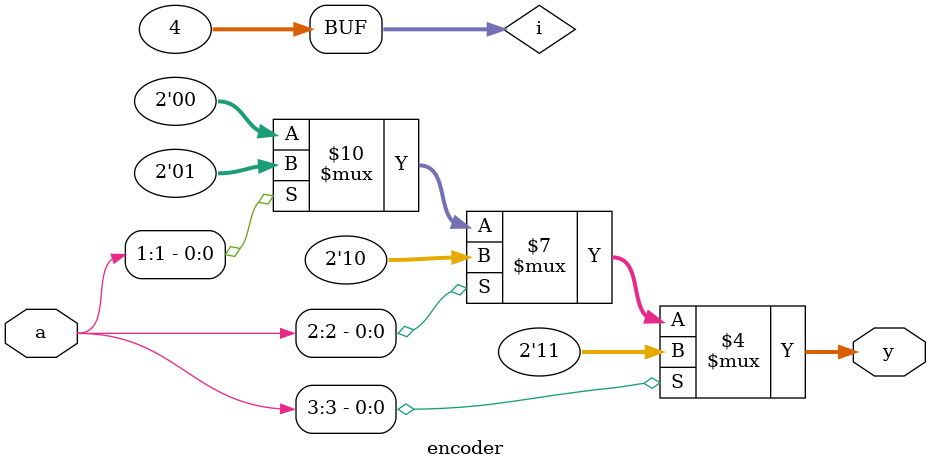
<source format=v>
module encoder #(parameter N = 4)
     (
	 input [N-1:0] a,
	 output reg [$clog2(N)-1:0] y
	 );
	 integer i;
	 always @(*) begin
	     y = 0;
		 for(i=0; i<2**$clog2(N); i=i+1)begin
		     if(a[i])
			   y = i[N-1:0];
			end
		end
	endmodule
</source>
